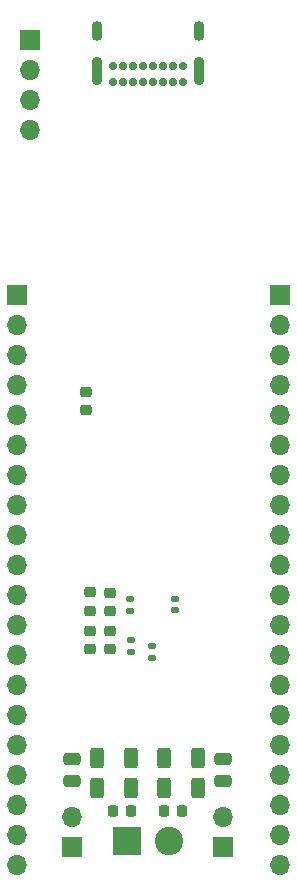
<source format=gbs>
%TF.GenerationSoftware,KiCad,Pcbnew,7.0.1-3b83917a11~171~ubuntu22.04.1*%
%TF.CreationDate,2023-04-15T23:20:08+01:00*%
%TF.ProjectId,spe_dongle,7370655f-646f-46e6-976c-652e6b696361,1.0*%
%TF.SameCoordinates,Original*%
%TF.FileFunction,Soldermask,Bot*%
%TF.FilePolarity,Negative*%
%FSLAX46Y46*%
G04 Gerber Fmt 4.6, Leading zero omitted, Abs format (unit mm)*
G04 Created by KiCad (PCBNEW 7.0.1-3b83917a11~171~ubuntu22.04.1) date 2023-04-15 23:20:08*
%MOMM*%
%LPD*%
G01*
G04 APERTURE LIST*
G04 Aperture macros list*
%AMRoundRect*
0 Rectangle with rounded corners*
0 $1 Rounding radius*
0 $2 $3 $4 $5 $6 $7 $8 $9 X,Y pos of 4 corners*
0 Add a 4 corners polygon primitive as box body*
4,1,4,$2,$3,$4,$5,$6,$7,$8,$9,$2,$3,0*
0 Add four circle primitives for the rounded corners*
1,1,$1+$1,$2,$3*
1,1,$1+$1,$4,$5*
1,1,$1+$1,$6,$7*
1,1,$1+$1,$8,$9*
0 Add four rect primitives between the rounded corners*
20,1,$1+$1,$2,$3,$4,$5,0*
20,1,$1+$1,$4,$5,$6,$7,0*
20,1,$1+$1,$6,$7,$8,$9,0*
20,1,$1+$1,$8,$9,$2,$3,0*%
G04 Aperture macros list end*
%ADD10R,1.700000X1.700000*%
%ADD11O,1.700000X1.700000*%
%ADD12C,0.700000*%
%ADD13O,0.900000X2.400000*%
%ADD14O,0.900000X1.700000*%
%ADD15R,2.400000X2.400000*%
%ADD16C,2.400000*%
%ADD17RoundRect,0.140000X0.170000X-0.140000X0.170000X0.140000X-0.170000X0.140000X-0.170000X-0.140000X0*%
%ADD18RoundRect,0.225000X0.250000X-0.225000X0.250000X0.225000X-0.250000X0.225000X-0.250000X-0.225000X0*%
%ADD19RoundRect,0.250000X-0.475000X0.250000X-0.475000X-0.250000X0.475000X-0.250000X0.475000X0.250000X0*%
%ADD20RoundRect,0.218750X0.256250X-0.218750X0.256250X0.218750X-0.256250X0.218750X-0.256250X-0.218750X0*%
%ADD21RoundRect,0.250000X-0.312500X-0.625000X0.312500X-0.625000X0.312500X0.625000X-0.312500X0.625000X0*%
%ADD22RoundRect,0.250000X0.312500X0.625000X-0.312500X0.625000X-0.312500X-0.625000X0.312500X-0.625000X0*%
%ADD23RoundRect,0.218750X0.218750X0.256250X-0.218750X0.256250X-0.218750X-0.256250X0.218750X-0.256250X0*%
%ADD24RoundRect,0.218750X-0.256250X0.218750X-0.256250X-0.218750X0.256250X-0.218750X0.256250X0.218750X0*%
%ADD25RoundRect,0.218750X-0.218750X-0.256250X0.218750X-0.256250X0.218750X0.256250X-0.218750X0.256250X0*%
G04 APERTURE END LIST*
D10*
X156330000Y-120750000D03*
D11*
X156330000Y-118210000D03*
D10*
X143580000Y-120750000D03*
D11*
X143580000Y-118210000D03*
D12*
X152975000Y-56025000D03*
X152125000Y-56025000D03*
X151275000Y-56025000D03*
X150425000Y-56025000D03*
X149575000Y-56025000D03*
X148725000Y-56025000D03*
X147875000Y-56025000D03*
X147025000Y-56025000D03*
X147025000Y-54675000D03*
X147875000Y-54675000D03*
X148725000Y-54675000D03*
X149575000Y-54675000D03*
X150425000Y-54675000D03*
X151275000Y-54675000D03*
X152125000Y-54675000D03*
X152975000Y-54675000D03*
D13*
X154325000Y-55045000D03*
D14*
X154325000Y-51665000D03*
D13*
X145675000Y-55045000D03*
D14*
X145675000Y-51665000D03*
D10*
X140000000Y-52450000D03*
D11*
X140000000Y-54990000D03*
X140000000Y-57530000D03*
X140000000Y-60070000D03*
D15*
X148250000Y-120250000D03*
D16*
X151750000Y-120250000D03*
D17*
X148500000Y-100750000D03*
X148500000Y-99790000D03*
D18*
X146830000Y-104025000D03*
X146830000Y-102475000D03*
D10*
X161175000Y-74000000D03*
D11*
X161175000Y-76540000D03*
X161175000Y-79080000D03*
X161175000Y-81620000D03*
X161175000Y-84160000D03*
X161175000Y-86700000D03*
X161175000Y-89240000D03*
X161175000Y-91780000D03*
X161175000Y-94320000D03*
X161175000Y-96860000D03*
X161175000Y-99400000D03*
X161175000Y-101940000D03*
X161175000Y-104480000D03*
X161175000Y-107020000D03*
X161175000Y-109560000D03*
X161175000Y-112100000D03*
X161175000Y-114640000D03*
X161175000Y-117180000D03*
X161175000Y-119720000D03*
X161175000Y-122260000D03*
D19*
X143580000Y-113300000D03*
X143580000Y-115200000D03*
D20*
X145080000Y-100787500D03*
X145080000Y-99212500D03*
D21*
X151330000Y-113250000D03*
X154255000Y-113250000D03*
D22*
X148580000Y-115750000D03*
X145655000Y-115750000D03*
D18*
X144750000Y-83775000D03*
X144750000Y-82225000D03*
D17*
X148580000Y-104230000D03*
X148580000Y-103270000D03*
D19*
X156330000Y-113300000D03*
X156330000Y-115200000D03*
D18*
X146750000Y-100775000D03*
X146750000Y-99225000D03*
D10*
X138925000Y-74000000D03*
D11*
X138925000Y-76540000D03*
X138925000Y-79080000D03*
X138925000Y-81620000D03*
X138925000Y-84160000D03*
X138925000Y-86700000D03*
X138925000Y-89240000D03*
X138925000Y-91780000D03*
X138925000Y-94320000D03*
X138925000Y-96860000D03*
X138925000Y-99400000D03*
X138925000Y-101940000D03*
X138925000Y-104480000D03*
X138925000Y-107020000D03*
X138925000Y-109560000D03*
X138925000Y-112100000D03*
X138925000Y-114640000D03*
X138925000Y-117180000D03*
X138925000Y-119720000D03*
X138925000Y-122260000D03*
D17*
X152250000Y-100730000D03*
X152250000Y-99770000D03*
D23*
X152905000Y-117750000D03*
X151330000Y-117750000D03*
D24*
X145080000Y-102462500D03*
X145080000Y-104037500D03*
D25*
X147005000Y-117750000D03*
X148580000Y-117750000D03*
D21*
X151330000Y-115750000D03*
X154255000Y-115750000D03*
D17*
X150330000Y-104730000D03*
X150330000Y-103770000D03*
D22*
X148580000Y-113250000D03*
X145655000Y-113250000D03*
M02*

</source>
